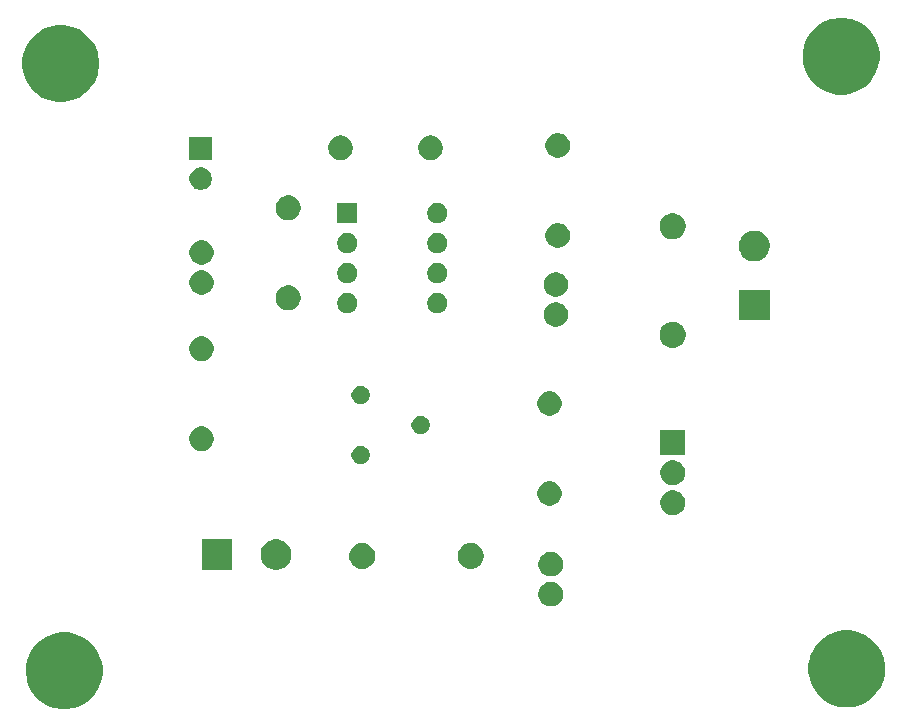
<source format=gbr>
G04 #@! TF.GenerationSoftware,KiCad,Pcbnew,(5.1.2)-2*
G04 #@! TF.CreationDate,2020-03-15T13:57:48-03:00*
G04 #@! TF.ProjectId,InfraRedGelUniversalDispenser,496e6672-6152-4656-9447-656c556e6976,00*
G04 #@! TF.SameCoordinates,Original*
G04 #@! TF.FileFunction,Soldermask,Top*
G04 #@! TF.FilePolarity,Negative*
%FSLAX46Y46*%
G04 Gerber Fmt 4.6, Leading zero omitted, Abs format (unit mm)*
G04 Created by KiCad (PCBNEW (5.1.2)-2) date 2020-03-15 13:57:48*
%MOMM*%
%LPD*%
G04 APERTURE LIST*
%ADD10C,0.100000*%
G04 APERTURE END LIST*
D10*
G36*
X107644439Y-115175467D02*
G01*
X107958482Y-115237934D01*
X108550126Y-115483001D01*
X109082592Y-115838784D01*
X109535416Y-116291608D01*
X109891199Y-116824074D01*
X110073140Y-117263319D01*
X110136266Y-117415719D01*
X110261200Y-118043803D01*
X110261200Y-118684197D01*
X110198733Y-118998239D01*
X110136266Y-119312282D01*
X109891199Y-119903926D01*
X109620986Y-120308327D01*
X109586690Y-120359656D01*
X109535416Y-120436392D01*
X109082592Y-120889216D01*
X108550126Y-121244999D01*
X107958482Y-121490066D01*
X107644439Y-121552533D01*
X107330397Y-121615000D01*
X106690003Y-121615000D01*
X106375961Y-121552533D01*
X106061918Y-121490066D01*
X105470274Y-121244999D01*
X104937808Y-120889216D01*
X104484984Y-120436392D01*
X104433711Y-120359656D01*
X104399414Y-120308327D01*
X104129201Y-119903926D01*
X103884134Y-119312282D01*
X103821667Y-118998239D01*
X103759200Y-118684197D01*
X103759200Y-118043803D01*
X103884134Y-117415719D01*
X103947260Y-117263319D01*
X104129201Y-116824074D01*
X104484984Y-116291608D01*
X104937808Y-115838784D01*
X105470274Y-115483001D01*
X106061918Y-115237934D01*
X106375961Y-115175467D01*
X106690003Y-115113000D01*
X107330397Y-115113000D01*
X107644439Y-115175467D01*
X107644439Y-115175467D01*
G37*
G36*
X173887639Y-115023067D02*
G01*
X174201682Y-115085534D01*
X174793326Y-115330601D01*
X175143124Y-115564329D01*
X175325791Y-115686383D01*
X175778617Y-116139209D01*
X175837309Y-116227048D01*
X176134399Y-116671674D01*
X176319250Y-117117944D01*
X176379466Y-117263319D01*
X176504400Y-117891403D01*
X176504400Y-118531797D01*
X176474086Y-118684196D01*
X176379466Y-119159882D01*
X176134399Y-119751526D01*
X175778616Y-120283992D01*
X175325792Y-120736816D01*
X174793326Y-121092599D01*
X174201682Y-121337666D01*
X173887639Y-121400133D01*
X173573597Y-121462600D01*
X172933203Y-121462600D01*
X172619161Y-121400133D01*
X172305118Y-121337666D01*
X171713474Y-121092599D01*
X171181008Y-120736816D01*
X170728184Y-120283992D01*
X170372401Y-119751526D01*
X170127334Y-119159882D01*
X170032714Y-118684196D01*
X170002400Y-118531797D01*
X170002400Y-117891403D01*
X170127334Y-117263319D01*
X170187550Y-117117944D01*
X170372401Y-116671674D01*
X170669491Y-116227048D01*
X170728183Y-116139209D01*
X171181009Y-115686383D01*
X171363676Y-115564329D01*
X171713474Y-115330601D01*
X172305118Y-115085534D01*
X172619161Y-115023067D01*
X172933203Y-114960600D01*
X173573597Y-114960600D01*
X173887639Y-115023067D01*
X173887639Y-115023067D01*
G37*
G36*
X148512765Y-110885620D02*
G01*
X148702288Y-110964123D01*
X148872854Y-111078092D01*
X149017908Y-111223146D01*
X149131877Y-111393712D01*
X149210380Y-111583235D01*
X149250400Y-111784431D01*
X149250400Y-111989569D01*
X149210380Y-112190765D01*
X149131877Y-112380288D01*
X149017908Y-112550854D01*
X148872854Y-112695908D01*
X148702288Y-112809877D01*
X148702287Y-112809878D01*
X148702286Y-112809878D01*
X148512765Y-112888380D01*
X148311570Y-112928400D01*
X148106430Y-112928400D01*
X147905235Y-112888380D01*
X147715714Y-112809878D01*
X147715713Y-112809878D01*
X147715712Y-112809877D01*
X147545146Y-112695908D01*
X147400092Y-112550854D01*
X147286123Y-112380288D01*
X147207620Y-112190765D01*
X147167600Y-111989569D01*
X147167600Y-111784431D01*
X147207620Y-111583235D01*
X147286123Y-111393712D01*
X147400092Y-111223146D01*
X147545146Y-111078092D01*
X147715712Y-110964123D01*
X147905235Y-110885620D01*
X148106430Y-110845600D01*
X148311570Y-110845600D01*
X148512765Y-110885620D01*
X148512765Y-110885620D01*
G37*
G36*
X148512765Y-108345620D02*
G01*
X148658688Y-108406063D01*
X148702288Y-108424123D01*
X148872854Y-108538092D01*
X149017908Y-108683146D01*
X149017909Y-108683148D01*
X149131878Y-108853714D01*
X149156720Y-108913688D01*
X149210380Y-109043235D01*
X149250400Y-109244431D01*
X149250400Y-109449569D01*
X149210380Y-109650765D01*
X149131877Y-109840288D01*
X149017908Y-110010854D01*
X148872854Y-110155908D01*
X148702288Y-110269877D01*
X148702287Y-110269878D01*
X148702286Y-110269878D01*
X148512765Y-110348380D01*
X148311570Y-110388400D01*
X148106430Y-110388400D01*
X147905235Y-110348380D01*
X147715714Y-110269878D01*
X147715713Y-110269878D01*
X147715712Y-110269877D01*
X147545146Y-110155908D01*
X147400092Y-110010854D01*
X147286123Y-109840288D01*
X147207620Y-109650765D01*
X147167600Y-109449569D01*
X147167600Y-109244431D01*
X147207620Y-109043235D01*
X147261280Y-108913688D01*
X147286122Y-108853714D01*
X147400091Y-108683148D01*
X147400092Y-108683146D01*
X147545146Y-108538092D01*
X147715712Y-108424123D01*
X147759313Y-108406063D01*
X147905235Y-108345620D01*
X148106430Y-108305600D01*
X148311570Y-108305600D01*
X148512765Y-108345620D01*
X148512765Y-108345620D01*
G37*
G36*
X121243600Y-109835200D02*
G01*
X118641600Y-109835200D01*
X118641600Y-107233200D01*
X121243600Y-107233200D01*
X121243600Y-109835200D01*
X121243600Y-109835200D01*
G37*
G36*
X125322087Y-107283196D02*
G01*
X125558853Y-107381268D01*
X125558855Y-107381269D01*
X125771939Y-107523647D01*
X125953153Y-107704861D01*
X126095532Y-107917947D01*
X126193604Y-108154713D01*
X126243600Y-108406061D01*
X126243600Y-108662339D01*
X126193604Y-108913687D01*
X126139943Y-109043235D01*
X126095531Y-109150455D01*
X125953153Y-109363539D01*
X125771939Y-109544753D01*
X125558855Y-109687131D01*
X125558854Y-109687132D01*
X125558853Y-109687132D01*
X125322087Y-109785204D01*
X125070739Y-109835200D01*
X124814461Y-109835200D01*
X124563113Y-109785204D01*
X124326347Y-109687132D01*
X124326346Y-109687132D01*
X124326345Y-109687131D01*
X124113261Y-109544753D01*
X123932047Y-109363539D01*
X123789669Y-109150455D01*
X123745257Y-109043235D01*
X123691596Y-108913687D01*
X123641600Y-108662339D01*
X123641600Y-108406061D01*
X123691596Y-108154713D01*
X123789668Y-107917947D01*
X123932047Y-107704861D01*
X124113261Y-107523647D01*
X124326345Y-107381269D01*
X124326347Y-107381268D01*
X124563113Y-107283196D01*
X124814461Y-107233200D01*
X125070739Y-107233200D01*
X125322087Y-107283196D01*
X125322087Y-107283196D01*
G37*
G36*
X132441995Y-107555956D02*
G01*
X132548350Y-107577111D01*
X132648534Y-107618609D01*
X132748720Y-107660107D01*
X132929044Y-107780595D01*
X133082405Y-107933956D01*
X133202893Y-108114280D01*
X133202893Y-108114281D01*
X133285889Y-108314650D01*
X133328200Y-108527361D01*
X133328200Y-108744239D01*
X133294495Y-108913687D01*
X133285889Y-108956949D01*
X133202893Y-109157320D01*
X133082405Y-109337644D01*
X132929044Y-109491005D01*
X132748720Y-109611493D01*
X132653909Y-109650765D01*
X132548350Y-109694489D01*
X132441994Y-109715645D01*
X132335640Y-109736800D01*
X132118760Y-109736800D01*
X132012406Y-109715645D01*
X131906050Y-109694489D01*
X131800491Y-109650765D01*
X131705680Y-109611493D01*
X131525356Y-109491005D01*
X131371995Y-109337644D01*
X131251507Y-109157320D01*
X131168511Y-108956949D01*
X131159906Y-108913687D01*
X131126200Y-108744239D01*
X131126200Y-108527361D01*
X131168511Y-108314650D01*
X131251507Y-108114281D01*
X131251507Y-108114280D01*
X131371995Y-107933956D01*
X131525356Y-107780595D01*
X131705680Y-107660107D01*
X131805866Y-107618609D01*
X131906050Y-107577111D01*
X132012405Y-107555956D01*
X132118760Y-107534800D01*
X132335640Y-107534800D01*
X132441995Y-107555956D01*
X132441995Y-107555956D01*
G37*
G36*
X141641995Y-107555956D02*
G01*
X141748350Y-107577111D01*
X141848534Y-107618609D01*
X141948720Y-107660107D01*
X142129044Y-107780595D01*
X142282405Y-107933956D01*
X142402893Y-108114280D01*
X142402893Y-108114281D01*
X142485889Y-108314650D01*
X142528200Y-108527361D01*
X142528200Y-108744239D01*
X142494495Y-108913687D01*
X142485889Y-108956949D01*
X142402893Y-109157320D01*
X142282405Y-109337644D01*
X142129044Y-109491005D01*
X141948720Y-109611493D01*
X141853909Y-109650765D01*
X141748350Y-109694489D01*
X141641994Y-109715645D01*
X141535640Y-109736800D01*
X141318760Y-109736800D01*
X141212406Y-109715645D01*
X141106050Y-109694489D01*
X141000491Y-109650765D01*
X140905680Y-109611493D01*
X140725356Y-109491005D01*
X140571995Y-109337644D01*
X140451507Y-109157320D01*
X140368511Y-108956949D01*
X140359906Y-108913687D01*
X140326200Y-108744239D01*
X140326200Y-108527361D01*
X140368511Y-108314650D01*
X140451507Y-108114281D01*
X140451507Y-108114280D01*
X140571995Y-107933956D01*
X140725356Y-107780595D01*
X140905680Y-107660107D01*
X141005866Y-107618609D01*
X141106050Y-107577111D01*
X141212405Y-107555956D01*
X141318760Y-107534800D01*
X141535640Y-107534800D01*
X141641995Y-107555956D01*
X141641995Y-107555956D01*
G37*
G36*
X158827964Y-103129389D02*
G01*
X159019233Y-103208615D01*
X159019235Y-103208616D01*
X159081215Y-103250030D01*
X159191373Y-103323635D01*
X159337765Y-103470027D01*
X159452785Y-103642167D01*
X159532011Y-103833436D01*
X159572400Y-104036484D01*
X159572400Y-104243516D01*
X159532011Y-104446564D01*
X159452785Y-104637833D01*
X159452784Y-104637835D01*
X159337765Y-104809973D01*
X159191373Y-104956365D01*
X159019235Y-105071384D01*
X159019234Y-105071385D01*
X159019233Y-105071385D01*
X158827964Y-105150611D01*
X158624916Y-105191000D01*
X158417884Y-105191000D01*
X158214836Y-105150611D01*
X158023567Y-105071385D01*
X158023566Y-105071385D01*
X158023565Y-105071384D01*
X157851427Y-104956365D01*
X157705035Y-104809973D01*
X157590016Y-104637835D01*
X157590015Y-104637833D01*
X157510789Y-104446564D01*
X157470400Y-104243516D01*
X157470400Y-104036484D01*
X157510789Y-103833436D01*
X157590015Y-103642167D01*
X157705035Y-103470027D01*
X157851427Y-103323635D01*
X157961585Y-103250030D01*
X158023565Y-103208616D01*
X158023567Y-103208615D01*
X158214836Y-103129389D01*
X158417884Y-103089000D01*
X158624916Y-103089000D01*
X158827964Y-103129389D01*
X158827964Y-103129389D01*
G37*
G36*
X148411165Y-102351220D02*
G01*
X148600688Y-102429723D01*
X148771254Y-102543692D01*
X148916308Y-102688746D01*
X149030277Y-102859312D01*
X149108780Y-103048835D01*
X149148800Y-103250031D01*
X149148800Y-103455169D01*
X149108780Y-103656365D01*
X149030277Y-103845888D01*
X148916308Y-104016454D01*
X148771254Y-104161508D01*
X148600688Y-104275477D01*
X148600687Y-104275478D01*
X148600686Y-104275478D01*
X148411165Y-104353980D01*
X148209970Y-104394000D01*
X148004830Y-104394000D01*
X147803635Y-104353980D01*
X147614114Y-104275478D01*
X147614113Y-104275478D01*
X147614112Y-104275477D01*
X147443546Y-104161508D01*
X147298492Y-104016454D01*
X147184523Y-103845888D01*
X147106020Y-103656365D01*
X147066000Y-103455169D01*
X147066000Y-103250031D01*
X147106020Y-103048835D01*
X147184523Y-102859312D01*
X147298492Y-102688746D01*
X147443546Y-102543692D01*
X147614112Y-102429723D01*
X147803635Y-102351220D01*
X148004830Y-102311200D01*
X148209970Y-102311200D01*
X148411165Y-102351220D01*
X148411165Y-102351220D01*
G37*
G36*
X158827964Y-100589389D02*
G01*
X159019233Y-100668615D01*
X159019235Y-100668616D01*
X159066616Y-100700275D01*
X159191373Y-100783635D01*
X159337765Y-100930027D01*
X159452785Y-101102167D01*
X159532011Y-101293436D01*
X159572400Y-101496484D01*
X159572400Y-101703516D01*
X159532011Y-101906564D01*
X159452785Y-102097833D01*
X159452784Y-102097835D01*
X159337765Y-102269973D01*
X159191373Y-102416365D01*
X159019235Y-102531384D01*
X159019234Y-102531385D01*
X159019233Y-102531385D01*
X158827964Y-102610611D01*
X158624916Y-102651000D01*
X158417884Y-102651000D01*
X158214836Y-102610611D01*
X158023567Y-102531385D01*
X158023566Y-102531385D01*
X158023565Y-102531384D01*
X157851427Y-102416365D01*
X157705035Y-102269973D01*
X157590016Y-102097835D01*
X157590015Y-102097833D01*
X157510789Y-101906564D01*
X157470400Y-101703516D01*
X157470400Y-101496484D01*
X157510789Y-101293436D01*
X157590015Y-101102167D01*
X157705035Y-100930027D01*
X157851427Y-100783635D01*
X157976184Y-100700275D01*
X158023565Y-100668616D01*
X158023567Y-100668615D01*
X158214836Y-100589389D01*
X158417884Y-100549000D01*
X158624916Y-100549000D01*
X158827964Y-100589389D01*
X158827964Y-100589389D01*
G37*
G36*
X132230989Y-99340276D02*
G01*
X132330293Y-99360029D01*
X132470606Y-99418148D01*
X132596884Y-99502525D01*
X132704275Y-99609916D01*
X132788652Y-99736194D01*
X132846771Y-99876507D01*
X132876400Y-100025463D01*
X132876400Y-100177337D01*
X132846771Y-100326293D01*
X132788652Y-100466606D01*
X132704275Y-100592884D01*
X132596884Y-100700275D01*
X132470606Y-100784652D01*
X132330293Y-100842771D01*
X132230989Y-100862524D01*
X132181338Y-100872400D01*
X132029462Y-100872400D01*
X131979811Y-100862524D01*
X131880507Y-100842771D01*
X131740194Y-100784652D01*
X131613916Y-100700275D01*
X131506525Y-100592884D01*
X131422148Y-100466606D01*
X131364029Y-100326293D01*
X131334400Y-100177337D01*
X131334400Y-100025463D01*
X131364029Y-99876507D01*
X131422148Y-99736194D01*
X131506525Y-99609916D01*
X131613916Y-99502525D01*
X131740194Y-99418148D01*
X131880507Y-99360029D01*
X131979811Y-99340276D01*
X132029462Y-99330400D01*
X132181338Y-99330400D01*
X132230989Y-99340276D01*
X132230989Y-99340276D01*
G37*
G36*
X159572400Y-100111000D02*
G01*
X157470400Y-100111000D01*
X157470400Y-98009000D01*
X159572400Y-98009000D01*
X159572400Y-100111000D01*
X159572400Y-100111000D01*
G37*
G36*
X118947165Y-97728420D02*
G01*
X119136688Y-97806923D01*
X119307254Y-97920892D01*
X119452308Y-98065946D01*
X119566277Y-98236512D01*
X119644780Y-98426035D01*
X119684800Y-98627231D01*
X119684800Y-98832369D01*
X119644780Y-99033565D01*
X119566277Y-99223088D01*
X119452308Y-99393654D01*
X119307254Y-99538708D01*
X119136688Y-99652677D01*
X119136687Y-99652678D01*
X119136686Y-99652678D01*
X118947165Y-99731180D01*
X118745970Y-99771200D01*
X118540830Y-99771200D01*
X118339635Y-99731180D01*
X118150114Y-99652678D01*
X118150113Y-99652678D01*
X118150112Y-99652677D01*
X117979546Y-99538708D01*
X117834492Y-99393654D01*
X117720523Y-99223088D01*
X117642020Y-99033565D01*
X117602000Y-98832369D01*
X117602000Y-98627231D01*
X117642020Y-98426035D01*
X117720523Y-98236512D01*
X117834492Y-98065946D01*
X117979546Y-97920892D01*
X118150112Y-97806923D01*
X118339635Y-97728420D01*
X118540830Y-97688400D01*
X118745970Y-97688400D01*
X118947165Y-97728420D01*
X118947165Y-97728420D01*
G37*
G36*
X137310989Y-96800276D02*
G01*
X137410293Y-96820029D01*
X137550606Y-96878148D01*
X137676884Y-96962525D01*
X137784275Y-97069916D01*
X137868652Y-97196194D01*
X137926771Y-97336507D01*
X137956400Y-97485463D01*
X137956400Y-97637337D01*
X137926771Y-97786293D01*
X137868652Y-97926606D01*
X137784275Y-98052884D01*
X137676884Y-98160275D01*
X137550606Y-98244652D01*
X137410293Y-98302771D01*
X137310989Y-98322524D01*
X137261338Y-98332400D01*
X137109462Y-98332400D01*
X137059811Y-98322524D01*
X136960507Y-98302771D01*
X136820194Y-98244652D01*
X136693916Y-98160275D01*
X136586525Y-98052884D01*
X136502148Y-97926606D01*
X136444029Y-97786293D01*
X136414400Y-97637337D01*
X136414400Y-97485463D01*
X136444029Y-97336507D01*
X136502148Y-97196194D01*
X136586525Y-97069916D01*
X136693916Y-96962525D01*
X136820194Y-96878148D01*
X136960507Y-96820029D01*
X137059811Y-96800276D01*
X137109462Y-96790400D01*
X137261338Y-96790400D01*
X137310989Y-96800276D01*
X137310989Y-96800276D01*
G37*
G36*
X148411165Y-94731220D02*
G01*
X148600688Y-94809723D01*
X148771254Y-94923692D01*
X148916308Y-95068746D01*
X149030277Y-95239312D01*
X149030278Y-95239314D01*
X149108780Y-95428835D01*
X149146860Y-95620275D01*
X149148800Y-95630031D01*
X149148800Y-95835169D01*
X149108780Y-96036365D01*
X149030277Y-96225888D01*
X148916308Y-96396454D01*
X148771254Y-96541508D01*
X148600688Y-96655477D01*
X148600687Y-96655478D01*
X148600686Y-96655478D01*
X148411165Y-96733980D01*
X148209970Y-96774000D01*
X148004830Y-96774000D01*
X147803635Y-96733980D01*
X147614114Y-96655478D01*
X147614113Y-96655478D01*
X147614112Y-96655477D01*
X147443546Y-96541508D01*
X147298492Y-96396454D01*
X147184523Y-96225888D01*
X147106020Y-96036365D01*
X147066000Y-95835169D01*
X147066000Y-95630031D01*
X147067941Y-95620275D01*
X147106020Y-95428835D01*
X147184522Y-95239314D01*
X147184523Y-95239312D01*
X147298492Y-95068746D01*
X147443546Y-94923692D01*
X147614112Y-94809723D01*
X147803635Y-94731220D01*
X148004830Y-94691200D01*
X148209970Y-94691200D01*
X148411165Y-94731220D01*
X148411165Y-94731220D01*
G37*
G36*
X132230989Y-94260276D02*
G01*
X132330293Y-94280029D01*
X132470606Y-94338148D01*
X132596884Y-94422525D01*
X132704275Y-94529916D01*
X132788652Y-94656194D01*
X132846771Y-94796507D01*
X132876400Y-94945463D01*
X132876400Y-95097337D01*
X132846771Y-95246293D01*
X132788652Y-95386606D01*
X132704275Y-95512884D01*
X132596884Y-95620275D01*
X132470606Y-95704652D01*
X132330293Y-95762771D01*
X132230989Y-95782524D01*
X132181338Y-95792400D01*
X132029462Y-95792400D01*
X131979811Y-95782524D01*
X131880507Y-95762771D01*
X131740194Y-95704652D01*
X131613916Y-95620275D01*
X131506525Y-95512884D01*
X131422148Y-95386606D01*
X131364029Y-95246293D01*
X131334400Y-95097337D01*
X131334400Y-94945463D01*
X131364029Y-94796507D01*
X131422148Y-94656194D01*
X131506525Y-94529916D01*
X131613916Y-94422525D01*
X131740194Y-94338148D01*
X131880507Y-94280029D01*
X131979811Y-94260276D01*
X132029462Y-94250400D01*
X132181338Y-94250400D01*
X132230989Y-94260276D01*
X132230989Y-94260276D01*
G37*
G36*
X118947165Y-90108420D02*
G01*
X119136688Y-90186923D01*
X119307254Y-90300892D01*
X119452308Y-90445946D01*
X119452309Y-90445948D01*
X119566278Y-90616514D01*
X119644780Y-90806035D01*
X119679362Y-90979889D01*
X119684800Y-91007231D01*
X119684800Y-91212369D01*
X119644780Y-91413565D01*
X119566277Y-91603088D01*
X119452308Y-91773654D01*
X119307254Y-91918708D01*
X119136688Y-92032677D01*
X119136687Y-92032678D01*
X119136686Y-92032678D01*
X118947165Y-92111180D01*
X118745970Y-92151200D01*
X118540830Y-92151200D01*
X118339635Y-92111180D01*
X118150114Y-92032678D01*
X118150113Y-92032678D01*
X118150112Y-92032677D01*
X117979546Y-91918708D01*
X117834492Y-91773654D01*
X117720523Y-91603088D01*
X117642020Y-91413565D01*
X117602000Y-91212369D01*
X117602000Y-91007231D01*
X117607439Y-90979889D01*
X117642020Y-90806035D01*
X117720522Y-90616514D01*
X117834491Y-90445948D01*
X117834492Y-90445946D01*
X117979546Y-90300892D01*
X118150112Y-90186923D01*
X118339635Y-90108420D01*
X118540830Y-90068400D01*
X118745970Y-90068400D01*
X118947165Y-90108420D01*
X118947165Y-90108420D01*
G37*
G36*
X158736194Y-88841355D02*
G01*
X158842550Y-88862511D01*
X158942734Y-88904009D01*
X159042920Y-88945507D01*
X159223244Y-89065995D01*
X159376605Y-89219356D01*
X159497093Y-89399680D01*
X159580089Y-89600051D01*
X159622400Y-89812760D01*
X159622400Y-90029640D01*
X159580089Y-90242349D01*
X159497093Y-90442720D01*
X159376605Y-90623044D01*
X159223244Y-90776405D01*
X159042920Y-90896893D01*
X158842550Y-90979889D01*
X158736194Y-91001045D01*
X158629840Y-91022200D01*
X158412960Y-91022200D01*
X158306606Y-91001045D01*
X158200250Y-90979889D01*
X157999880Y-90896893D01*
X157819556Y-90776405D01*
X157666195Y-90623044D01*
X157545707Y-90442720D01*
X157462711Y-90242349D01*
X157420400Y-90029640D01*
X157420400Y-89812760D01*
X157462711Y-89600051D01*
X157545707Y-89399680D01*
X157666195Y-89219356D01*
X157819556Y-89065995D01*
X157999880Y-88945507D01*
X158100066Y-88904009D01*
X158200250Y-88862511D01*
X158306606Y-88841355D01*
X158412960Y-88820200D01*
X158629840Y-88820200D01*
X158736194Y-88841355D01*
X158736194Y-88841355D01*
G37*
G36*
X148944565Y-87212820D02*
G01*
X149119036Y-87285088D01*
X149134088Y-87291323D01*
X149304654Y-87405292D01*
X149449708Y-87550346D01*
X149563677Y-87720912D01*
X149563678Y-87720914D01*
X149642180Y-87910435D01*
X149678654Y-88093801D01*
X149682200Y-88111631D01*
X149682200Y-88316769D01*
X149642180Y-88517965D01*
X149563677Y-88707488D01*
X149449708Y-88878054D01*
X149304654Y-89023108D01*
X149134088Y-89137077D01*
X149134087Y-89137078D01*
X149134086Y-89137078D01*
X148944565Y-89215580D01*
X148743370Y-89255600D01*
X148538230Y-89255600D01*
X148337035Y-89215580D01*
X148147514Y-89137078D01*
X148147513Y-89137078D01*
X148147512Y-89137077D01*
X147976946Y-89023108D01*
X147831892Y-88878054D01*
X147717923Y-88707488D01*
X147639420Y-88517965D01*
X147599400Y-88316769D01*
X147599400Y-88111631D01*
X147602947Y-88093801D01*
X147639420Y-87910435D01*
X147717922Y-87720914D01*
X147717923Y-87720912D01*
X147831892Y-87550346D01*
X147976946Y-87405292D01*
X148147512Y-87291323D01*
X148162565Y-87285088D01*
X148337035Y-87212820D01*
X148538230Y-87172800D01*
X148743370Y-87172800D01*
X148944565Y-87212820D01*
X148944565Y-87212820D01*
G37*
G36*
X166731200Y-88702400D02*
G01*
X164129200Y-88702400D01*
X164129200Y-86100400D01*
X166731200Y-86100400D01*
X166731200Y-88702400D01*
X166731200Y-88702400D01*
G37*
G36*
X131218429Y-86424504D02*
G01*
X131373301Y-86488654D01*
X131512682Y-86581786D01*
X131631216Y-86700320D01*
X131724348Y-86839701D01*
X131788498Y-86994573D01*
X131821201Y-87158985D01*
X131821201Y-87326617D01*
X131788498Y-87491029D01*
X131724348Y-87645901D01*
X131631216Y-87785282D01*
X131512682Y-87903816D01*
X131373301Y-87996948D01*
X131218429Y-88061098D01*
X131054017Y-88093801D01*
X130886385Y-88093801D01*
X130721973Y-88061098D01*
X130567101Y-87996948D01*
X130427720Y-87903816D01*
X130309186Y-87785282D01*
X130216054Y-87645901D01*
X130151904Y-87491029D01*
X130119201Y-87326617D01*
X130119201Y-87158985D01*
X130151904Y-86994573D01*
X130216054Y-86839701D01*
X130309186Y-86700320D01*
X130427720Y-86581786D01*
X130567101Y-86488654D01*
X130721973Y-86424504D01*
X130886385Y-86391801D01*
X131054017Y-86391801D01*
X131218429Y-86424504D01*
X131218429Y-86424504D01*
G37*
G36*
X138838429Y-86424504D02*
G01*
X138993301Y-86488654D01*
X139132682Y-86581786D01*
X139251216Y-86700320D01*
X139344348Y-86839701D01*
X139408498Y-86994573D01*
X139441201Y-87158985D01*
X139441201Y-87326617D01*
X139408498Y-87491029D01*
X139344348Y-87645901D01*
X139251216Y-87785282D01*
X139132682Y-87903816D01*
X138993301Y-87996948D01*
X138838429Y-88061098D01*
X138674017Y-88093801D01*
X138506385Y-88093801D01*
X138341973Y-88061098D01*
X138187101Y-87996948D01*
X138047720Y-87903816D01*
X137929186Y-87785282D01*
X137836054Y-87645901D01*
X137771904Y-87491029D01*
X137739201Y-87326617D01*
X137739201Y-87158985D01*
X137771904Y-86994573D01*
X137836054Y-86839701D01*
X137929186Y-86700320D01*
X138047720Y-86581786D01*
X138187101Y-86488654D01*
X138341973Y-86424504D01*
X138506385Y-86391801D01*
X138674017Y-86391801D01*
X138838429Y-86424504D01*
X138838429Y-86424504D01*
G37*
G36*
X126287765Y-85790420D02*
G01*
X126477288Y-85868923D01*
X126647854Y-85982892D01*
X126792908Y-86127946D01*
X126819328Y-86167486D01*
X126906878Y-86298514D01*
X126923255Y-86338052D01*
X126985380Y-86488035D01*
X127025400Y-86689231D01*
X127025400Y-86894369D01*
X126985380Y-87095565D01*
X126906877Y-87285088D01*
X126792908Y-87455654D01*
X126647854Y-87600708D01*
X126477288Y-87714677D01*
X126477287Y-87714678D01*
X126477286Y-87714678D01*
X126287765Y-87793180D01*
X126086570Y-87833200D01*
X125881430Y-87833200D01*
X125680235Y-87793180D01*
X125490714Y-87714678D01*
X125490713Y-87714678D01*
X125490712Y-87714677D01*
X125320146Y-87600708D01*
X125175092Y-87455654D01*
X125061123Y-87285088D01*
X124982620Y-87095565D01*
X124942600Y-86894369D01*
X124942600Y-86689231D01*
X124982620Y-86488035D01*
X125044745Y-86338052D01*
X125061122Y-86298514D01*
X125148672Y-86167486D01*
X125175092Y-86127946D01*
X125320146Y-85982892D01*
X125490712Y-85868923D01*
X125680235Y-85790420D01*
X125881430Y-85750400D01*
X126086570Y-85750400D01*
X126287765Y-85790420D01*
X126287765Y-85790420D01*
G37*
G36*
X148944565Y-84672820D02*
G01*
X149134088Y-84751323D01*
X149304654Y-84865292D01*
X149449708Y-85010346D01*
X149449709Y-85010348D01*
X149563678Y-85180914D01*
X149642180Y-85370435D01*
X149682200Y-85571630D01*
X149682200Y-85776770D01*
X149642180Y-85977965D01*
X149566674Y-86160254D01*
X149563677Y-86167488D01*
X149449708Y-86338054D01*
X149304654Y-86483108D01*
X149134088Y-86597077D01*
X149134087Y-86597078D01*
X149134086Y-86597078D01*
X148944565Y-86675580D01*
X148743370Y-86715600D01*
X148538230Y-86715600D01*
X148337035Y-86675580D01*
X148147514Y-86597078D01*
X148147513Y-86597078D01*
X148147512Y-86597077D01*
X147976946Y-86483108D01*
X147831892Y-86338054D01*
X147717923Y-86167488D01*
X147714927Y-86160254D01*
X147639420Y-85977965D01*
X147599400Y-85776770D01*
X147599400Y-85571630D01*
X147639420Y-85370435D01*
X147717922Y-85180914D01*
X147831891Y-85010348D01*
X147831892Y-85010346D01*
X147976946Y-84865292D01*
X148147512Y-84751323D01*
X148337035Y-84672820D01*
X148538230Y-84632800D01*
X148743370Y-84632800D01*
X148944565Y-84672820D01*
X148944565Y-84672820D01*
G37*
G36*
X118947165Y-84495020D02*
G01*
X119136688Y-84573523D01*
X119307254Y-84687492D01*
X119452308Y-84832546D01*
X119566277Y-85003112D01*
X119566278Y-85003114D01*
X119644780Y-85192635D01*
X119684800Y-85393830D01*
X119684800Y-85598970D01*
X119644780Y-85800165D01*
X119569093Y-85982891D01*
X119566277Y-85989688D01*
X119452308Y-86160254D01*
X119307254Y-86305308D01*
X119136688Y-86419277D01*
X119136687Y-86419278D01*
X119136686Y-86419278D01*
X118947165Y-86497780D01*
X118745970Y-86537800D01*
X118540830Y-86537800D01*
X118339635Y-86497780D01*
X118150114Y-86419278D01*
X118150113Y-86419278D01*
X118150112Y-86419277D01*
X117979546Y-86305308D01*
X117834492Y-86160254D01*
X117720523Y-85989688D01*
X117717708Y-85982891D01*
X117642020Y-85800165D01*
X117602000Y-85598970D01*
X117602000Y-85393830D01*
X117642020Y-85192635D01*
X117720522Y-85003114D01*
X117720523Y-85003112D01*
X117834492Y-84832546D01*
X117979546Y-84687492D01*
X118150112Y-84573523D01*
X118339635Y-84495020D01*
X118540830Y-84455000D01*
X118745970Y-84455000D01*
X118947165Y-84495020D01*
X118947165Y-84495020D01*
G37*
G36*
X131218429Y-83884504D02*
G01*
X131373301Y-83948654D01*
X131512682Y-84041786D01*
X131631216Y-84160320D01*
X131724348Y-84299701D01*
X131788498Y-84454573D01*
X131821201Y-84618985D01*
X131821201Y-84786617D01*
X131788498Y-84951029D01*
X131724348Y-85105901D01*
X131631216Y-85245282D01*
X131512682Y-85363816D01*
X131373301Y-85456948D01*
X131218429Y-85521098D01*
X131054017Y-85553801D01*
X130886385Y-85553801D01*
X130721973Y-85521098D01*
X130567101Y-85456948D01*
X130427720Y-85363816D01*
X130309186Y-85245282D01*
X130216054Y-85105901D01*
X130151904Y-84951029D01*
X130119201Y-84786617D01*
X130119201Y-84618985D01*
X130151904Y-84454573D01*
X130216054Y-84299701D01*
X130309186Y-84160320D01*
X130427720Y-84041786D01*
X130567101Y-83948654D01*
X130721973Y-83884504D01*
X130886385Y-83851801D01*
X131054017Y-83851801D01*
X131218429Y-83884504D01*
X131218429Y-83884504D01*
G37*
G36*
X138838429Y-83884504D02*
G01*
X138993301Y-83948654D01*
X139132682Y-84041786D01*
X139251216Y-84160320D01*
X139344348Y-84299701D01*
X139408498Y-84454573D01*
X139441201Y-84618985D01*
X139441201Y-84786617D01*
X139408498Y-84951029D01*
X139344348Y-85105901D01*
X139251216Y-85245282D01*
X139132682Y-85363816D01*
X138993301Y-85456948D01*
X138838429Y-85521098D01*
X138674017Y-85553801D01*
X138506385Y-85553801D01*
X138341973Y-85521098D01*
X138187101Y-85456948D01*
X138047720Y-85363816D01*
X137929186Y-85245282D01*
X137836054Y-85105901D01*
X137771904Y-84951029D01*
X137739201Y-84786617D01*
X137739201Y-84618985D01*
X137771904Y-84454573D01*
X137836054Y-84299701D01*
X137929186Y-84160320D01*
X138047720Y-84041786D01*
X138187101Y-83948654D01*
X138341973Y-83884504D01*
X138506385Y-83851801D01*
X138674017Y-83851801D01*
X138838429Y-83884504D01*
X138838429Y-83884504D01*
G37*
G36*
X118947165Y-81955020D02*
G01*
X119060315Y-82001888D01*
X119136688Y-82033523D01*
X119307254Y-82147492D01*
X119452308Y-82292546D01*
X119566277Y-82463112D01*
X119644780Y-82652635D01*
X119684800Y-82853831D01*
X119684800Y-83058969D01*
X119644780Y-83260165D01*
X119566277Y-83449688D01*
X119452308Y-83620254D01*
X119307254Y-83765308D01*
X119136688Y-83879277D01*
X119136687Y-83879278D01*
X119136686Y-83879278D01*
X118947165Y-83957780D01*
X118745970Y-83997800D01*
X118540830Y-83997800D01*
X118339635Y-83957780D01*
X118150114Y-83879278D01*
X118150113Y-83879278D01*
X118150112Y-83879277D01*
X117979546Y-83765308D01*
X117834492Y-83620254D01*
X117720523Y-83449688D01*
X117642020Y-83260165D01*
X117602000Y-83058969D01*
X117602000Y-82853831D01*
X117642020Y-82652635D01*
X117720523Y-82463112D01*
X117834492Y-82292546D01*
X117979546Y-82147492D01*
X118150112Y-82033523D01*
X118226486Y-82001888D01*
X118339635Y-81955020D01*
X118540830Y-81915000D01*
X118745970Y-81915000D01*
X118947165Y-81955020D01*
X118947165Y-81955020D01*
G37*
G36*
X165809687Y-81150396D02*
G01*
X166032576Y-81242720D01*
X166046455Y-81248469D01*
X166141238Y-81311801D01*
X166259539Y-81390847D01*
X166440753Y-81572061D01*
X166583132Y-81785147D01*
X166681204Y-82021913D01*
X166731200Y-82273261D01*
X166731200Y-82529539D01*
X166681204Y-82780887D01*
X166583132Y-83017653D01*
X166583131Y-83017655D01*
X166440753Y-83230739D01*
X166259539Y-83411953D01*
X166046455Y-83554331D01*
X166046454Y-83554332D01*
X166046453Y-83554332D01*
X165809687Y-83652404D01*
X165558339Y-83702400D01*
X165302061Y-83702400D01*
X165050713Y-83652404D01*
X164813947Y-83554332D01*
X164813946Y-83554332D01*
X164813945Y-83554331D01*
X164600861Y-83411953D01*
X164419647Y-83230739D01*
X164277269Y-83017655D01*
X164277268Y-83017653D01*
X164179196Y-82780887D01*
X164129200Y-82529539D01*
X164129200Y-82273261D01*
X164179196Y-82021913D01*
X164277268Y-81785147D01*
X164419647Y-81572061D01*
X164600861Y-81390847D01*
X164719162Y-81311801D01*
X164813945Y-81248469D01*
X164827824Y-81242720D01*
X165050713Y-81150396D01*
X165302061Y-81100400D01*
X165558339Y-81100400D01*
X165809687Y-81150396D01*
X165809687Y-81150396D01*
G37*
G36*
X138838429Y-81344504D02*
G01*
X138993301Y-81408654D01*
X139132682Y-81501786D01*
X139251216Y-81620320D01*
X139344348Y-81759701D01*
X139408498Y-81914573D01*
X139441201Y-82078985D01*
X139441201Y-82246617D01*
X139408498Y-82411029D01*
X139344348Y-82565901D01*
X139251216Y-82705282D01*
X139132682Y-82823816D01*
X138993301Y-82916948D01*
X138838429Y-82981098D01*
X138674017Y-83013801D01*
X138506385Y-83013801D01*
X138341973Y-82981098D01*
X138187101Y-82916948D01*
X138047720Y-82823816D01*
X137929186Y-82705282D01*
X137836054Y-82565901D01*
X137771904Y-82411029D01*
X137739201Y-82246617D01*
X137739201Y-82078985D01*
X137771904Y-81914573D01*
X137836054Y-81759701D01*
X137929186Y-81620320D01*
X138047720Y-81501786D01*
X138187101Y-81408654D01*
X138341973Y-81344504D01*
X138506385Y-81311801D01*
X138674017Y-81311801D01*
X138838429Y-81344504D01*
X138838429Y-81344504D01*
G37*
G36*
X131218429Y-81344504D02*
G01*
X131373301Y-81408654D01*
X131512682Y-81501786D01*
X131631216Y-81620320D01*
X131724348Y-81759701D01*
X131788498Y-81914573D01*
X131821201Y-82078985D01*
X131821201Y-82246617D01*
X131788498Y-82411029D01*
X131724348Y-82565901D01*
X131631216Y-82705282D01*
X131512682Y-82823816D01*
X131373301Y-82916948D01*
X131218429Y-82981098D01*
X131054017Y-83013801D01*
X130886385Y-83013801D01*
X130721973Y-82981098D01*
X130567101Y-82916948D01*
X130427720Y-82823816D01*
X130309186Y-82705282D01*
X130216054Y-82565901D01*
X130151904Y-82411029D01*
X130119201Y-82246617D01*
X130119201Y-82078985D01*
X130151904Y-81914573D01*
X130216054Y-81759701D01*
X130309186Y-81620320D01*
X130427720Y-81501786D01*
X130567101Y-81408654D01*
X130721973Y-81344504D01*
X130886385Y-81311801D01*
X131054017Y-81311801D01*
X131218429Y-81344504D01*
X131218429Y-81344504D01*
G37*
G36*
X149096965Y-80507220D02*
G01*
X149286488Y-80585723D01*
X149457054Y-80699692D01*
X149602108Y-80844746D01*
X149602109Y-80844748D01*
X149716078Y-81015314D01*
X149794580Y-81204835D01*
X149834600Y-81406030D01*
X149834600Y-81611170D01*
X149794580Y-81812365D01*
X149752245Y-81914572D01*
X149716077Y-82001888D01*
X149602108Y-82172454D01*
X149457054Y-82317508D01*
X149286488Y-82431477D01*
X149286487Y-82431478D01*
X149286486Y-82431478D01*
X149096965Y-82509980D01*
X148895770Y-82550000D01*
X148690630Y-82550000D01*
X148489435Y-82509980D01*
X148299914Y-82431478D01*
X148299913Y-82431478D01*
X148299912Y-82431477D01*
X148129346Y-82317508D01*
X147984292Y-82172454D01*
X147870323Y-82001888D01*
X147834156Y-81914572D01*
X147791820Y-81812365D01*
X147751800Y-81611170D01*
X147751800Y-81406030D01*
X147791820Y-81204835D01*
X147870322Y-81015314D01*
X147984291Y-80844748D01*
X147984292Y-80844746D01*
X148129346Y-80699692D01*
X148299912Y-80585723D01*
X148489435Y-80507220D01*
X148690630Y-80467200D01*
X148895770Y-80467200D01*
X149096965Y-80507220D01*
X149096965Y-80507220D01*
G37*
G36*
X158736195Y-79641356D02*
G01*
X158842550Y-79662511D01*
X159042920Y-79745507D01*
X159223244Y-79865995D01*
X159376605Y-80019356D01*
X159497093Y-80199680D01*
X159497093Y-80199681D01*
X159580089Y-80400050D01*
X159588254Y-80441098D01*
X159622400Y-80612760D01*
X159622400Y-80829640D01*
X159580089Y-81042349D01*
X159497093Y-81242720D01*
X159376605Y-81423044D01*
X159223244Y-81576405D01*
X159042920Y-81696893D01*
X158942734Y-81738391D01*
X158842550Y-81779889D01*
X158816126Y-81785145D01*
X158629840Y-81822200D01*
X158412960Y-81822200D01*
X158226674Y-81785145D01*
X158200250Y-81779889D01*
X157999880Y-81696893D01*
X157819556Y-81576405D01*
X157666195Y-81423044D01*
X157545707Y-81242720D01*
X157462711Y-81042349D01*
X157420400Y-80829640D01*
X157420400Y-80612760D01*
X157454546Y-80441098D01*
X157462711Y-80400050D01*
X157545707Y-80199681D01*
X157545707Y-80199680D01*
X157666195Y-80019356D01*
X157819556Y-79865995D01*
X157999880Y-79745507D01*
X158200250Y-79662511D01*
X158306606Y-79641355D01*
X158412960Y-79620200D01*
X158629840Y-79620200D01*
X158736195Y-79641356D01*
X158736195Y-79641356D01*
G37*
G36*
X138838429Y-78804504D02*
G01*
X138993301Y-78868654D01*
X139132682Y-78961786D01*
X139251216Y-79080320D01*
X139344348Y-79219701D01*
X139408498Y-79374573D01*
X139441201Y-79538985D01*
X139441201Y-79706617D01*
X139408498Y-79871029D01*
X139344348Y-80025901D01*
X139251216Y-80165282D01*
X139132682Y-80283816D01*
X138993301Y-80376948D01*
X138838429Y-80441098D01*
X138674017Y-80473801D01*
X138506385Y-80473801D01*
X138341973Y-80441098D01*
X138187101Y-80376948D01*
X138047720Y-80283816D01*
X137929186Y-80165282D01*
X137836054Y-80025901D01*
X137771904Y-79871029D01*
X137739201Y-79706617D01*
X137739201Y-79538985D01*
X137771904Y-79374573D01*
X137836054Y-79219701D01*
X137929186Y-79080320D01*
X138047720Y-78961786D01*
X138187101Y-78868654D01*
X138341973Y-78804504D01*
X138506385Y-78771801D01*
X138674017Y-78771801D01*
X138838429Y-78804504D01*
X138838429Y-78804504D01*
G37*
G36*
X131821201Y-80473801D02*
G01*
X130119201Y-80473801D01*
X130119201Y-78771801D01*
X131821201Y-78771801D01*
X131821201Y-80473801D01*
X131821201Y-80473801D01*
G37*
G36*
X126287765Y-78170420D02*
G01*
X126477288Y-78248923D01*
X126647854Y-78362892D01*
X126792908Y-78507946D01*
X126792909Y-78507948D01*
X126906878Y-78678514D01*
X126985380Y-78868035D01*
X127025400Y-79069230D01*
X127025400Y-79274370D01*
X126985380Y-79475565D01*
X126907945Y-79662511D01*
X126906877Y-79665088D01*
X126792908Y-79835654D01*
X126647854Y-79980708D01*
X126477288Y-80094677D01*
X126477287Y-80094678D01*
X126477286Y-80094678D01*
X126287765Y-80173180D01*
X126086570Y-80213200D01*
X125881430Y-80213200D01*
X125680235Y-80173180D01*
X125490714Y-80094678D01*
X125490713Y-80094678D01*
X125490712Y-80094677D01*
X125320146Y-79980708D01*
X125175092Y-79835654D01*
X125061123Y-79665088D01*
X125060056Y-79662511D01*
X124982620Y-79475565D01*
X124942600Y-79274370D01*
X124942600Y-79069230D01*
X124982620Y-78868035D01*
X125061122Y-78678514D01*
X125175091Y-78507948D01*
X125175092Y-78507946D01*
X125320146Y-78362892D01*
X125490712Y-78248923D01*
X125680235Y-78170420D01*
X125881430Y-78130400D01*
X126086570Y-78130400D01*
X126287765Y-78170420D01*
X126287765Y-78170420D01*
G37*
G36*
X118844595Y-75793546D02*
G01*
X119017666Y-75865234D01*
X119017667Y-75865235D01*
X119173427Y-75969310D01*
X119305890Y-76101773D01*
X119305891Y-76101775D01*
X119409966Y-76257534D01*
X119481654Y-76430605D01*
X119518200Y-76614333D01*
X119518200Y-76801667D01*
X119481654Y-76985395D01*
X119409966Y-77158466D01*
X119409965Y-77158467D01*
X119305890Y-77314227D01*
X119173427Y-77446690D01*
X119095018Y-77499081D01*
X119017666Y-77550766D01*
X118844595Y-77622454D01*
X118660867Y-77659000D01*
X118473533Y-77659000D01*
X118289805Y-77622454D01*
X118116734Y-77550766D01*
X118039382Y-77499081D01*
X117960973Y-77446690D01*
X117828510Y-77314227D01*
X117724435Y-77158467D01*
X117724434Y-77158466D01*
X117652746Y-76985395D01*
X117616200Y-76801667D01*
X117616200Y-76614333D01*
X117652746Y-76430605D01*
X117724434Y-76257534D01*
X117828509Y-76101775D01*
X117828510Y-76101773D01*
X117960973Y-75969310D01*
X118116733Y-75865235D01*
X118116734Y-75865234D01*
X118289805Y-75793546D01*
X118473533Y-75757000D01*
X118660867Y-75757000D01*
X118844595Y-75793546D01*
X118844595Y-75793546D01*
G37*
G36*
X138273426Y-73079691D02*
G01*
X138327365Y-73090420D01*
X138516888Y-73168923D01*
X138687454Y-73282892D01*
X138832508Y-73427946D01*
X138832509Y-73427948D01*
X138946478Y-73598514D01*
X139024980Y-73788035D01*
X139065000Y-73989230D01*
X139065000Y-74194370D01*
X139024980Y-74395565D01*
X138959995Y-74552454D01*
X138946477Y-74585088D01*
X138832508Y-74755654D01*
X138687454Y-74900708D01*
X138516888Y-75014677D01*
X138516887Y-75014678D01*
X138516886Y-75014678D01*
X138327365Y-75093180D01*
X138126170Y-75133200D01*
X137921030Y-75133200D01*
X137719835Y-75093180D01*
X137530314Y-75014678D01*
X137530313Y-75014678D01*
X137530312Y-75014677D01*
X137359746Y-74900708D01*
X137214692Y-74755654D01*
X137100723Y-74585088D01*
X137087206Y-74552454D01*
X137022220Y-74395565D01*
X136982200Y-74194370D01*
X136982200Y-73989230D01*
X137022220Y-73788035D01*
X137100722Y-73598514D01*
X137214691Y-73427948D01*
X137214692Y-73427946D01*
X137359746Y-73282892D01*
X137530312Y-73168923D01*
X137719835Y-73090420D01*
X137773774Y-73079691D01*
X137921030Y-73050400D01*
X138126170Y-73050400D01*
X138273426Y-73079691D01*
X138273426Y-73079691D01*
G37*
G36*
X130653426Y-73079691D02*
G01*
X130707365Y-73090420D01*
X130896888Y-73168923D01*
X131067454Y-73282892D01*
X131212508Y-73427946D01*
X131212509Y-73427948D01*
X131326478Y-73598514D01*
X131404980Y-73788035D01*
X131445000Y-73989230D01*
X131445000Y-74194370D01*
X131404980Y-74395565D01*
X131339995Y-74552454D01*
X131326477Y-74585088D01*
X131212508Y-74755654D01*
X131067454Y-74900708D01*
X130896888Y-75014677D01*
X130896887Y-75014678D01*
X130896886Y-75014678D01*
X130707365Y-75093180D01*
X130506170Y-75133200D01*
X130301030Y-75133200D01*
X130099835Y-75093180D01*
X129910314Y-75014678D01*
X129910313Y-75014678D01*
X129910312Y-75014677D01*
X129739746Y-74900708D01*
X129594692Y-74755654D01*
X129480723Y-74585088D01*
X129467206Y-74552454D01*
X129402220Y-74395565D01*
X129362200Y-74194370D01*
X129362200Y-73989230D01*
X129402220Y-73788035D01*
X129480722Y-73598514D01*
X129594691Y-73427948D01*
X129594692Y-73427946D01*
X129739746Y-73282892D01*
X129910312Y-73168923D01*
X130099835Y-73090420D01*
X130153774Y-73079691D01*
X130301030Y-73050400D01*
X130506170Y-73050400D01*
X130653426Y-73079691D01*
X130653426Y-73079691D01*
G37*
G36*
X119518200Y-75119000D02*
G01*
X117616200Y-75119000D01*
X117616200Y-73217000D01*
X119518200Y-73217000D01*
X119518200Y-75119000D01*
X119518200Y-75119000D01*
G37*
G36*
X149096965Y-72887220D02*
G01*
X149286488Y-72965723D01*
X149457054Y-73079692D01*
X149602108Y-73224746D01*
X149602109Y-73224748D01*
X149716078Y-73395314D01*
X149794580Y-73584835D01*
X149797301Y-73598512D01*
X149834600Y-73786031D01*
X149834600Y-73991169D01*
X149794580Y-74192365D01*
X149716077Y-74381888D01*
X149602108Y-74552454D01*
X149457054Y-74697508D01*
X149286488Y-74811477D01*
X149286487Y-74811478D01*
X149286486Y-74811478D01*
X149096965Y-74889980D01*
X148895770Y-74930000D01*
X148690630Y-74930000D01*
X148489435Y-74889980D01*
X148299914Y-74811478D01*
X148299913Y-74811478D01*
X148299912Y-74811477D01*
X148129346Y-74697508D01*
X147984292Y-74552454D01*
X147870323Y-74381888D01*
X147791820Y-74192365D01*
X147751800Y-73991169D01*
X147751800Y-73786031D01*
X147789100Y-73598512D01*
X147791820Y-73584835D01*
X147870322Y-73395314D01*
X147984291Y-73224748D01*
X147984292Y-73224746D01*
X148129346Y-73079692D01*
X148299912Y-72965723D01*
X148489435Y-72887220D01*
X148690630Y-72847200D01*
X148895770Y-72847200D01*
X149096965Y-72887220D01*
X149096965Y-72887220D01*
G37*
G36*
X107339639Y-63765867D02*
G01*
X107653682Y-63828334D01*
X108245326Y-64073401D01*
X108645473Y-64340771D01*
X108727830Y-64395800D01*
X108777792Y-64429184D01*
X109230616Y-64882008D01*
X109586399Y-65414474D01*
X109831466Y-66006118D01*
X109872667Y-66213248D01*
X109956400Y-66634203D01*
X109956400Y-67274597D01*
X109893933Y-67588639D01*
X109831466Y-67902682D01*
X109586399Y-68494326D01*
X109230616Y-69026792D01*
X108777792Y-69479616D01*
X108245326Y-69835399D01*
X107653682Y-70080466D01*
X107339639Y-70142933D01*
X107025597Y-70205400D01*
X106385203Y-70205400D01*
X106071161Y-70142933D01*
X105757118Y-70080466D01*
X105165474Y-69835399D01*
X104633008Y-69479616D01*
X104180184Y-69026792D01*
X103824401Y-68494326D01*
X103579334Y-67902682D01*
X103516867Y-67588639D01*
X103454400Y-67274597D01*
X103454400Y-66634203D01*
X103538133Y-66213248D01*
X103579334Y-66006118D01*
X103824401Y-65414474D01*
X104180184Y-64882008D01*
X104633008Y-64429184D01*
X104682971Y-64395800D01*
X104765327Y-64340771D01*
X105165474Y-64073401D01*
X105757118Y-63828334D01*
X106071161Y-63765867D01*
X106385203Y-63703400D01*
X107025597Y-63703400D01*
X107339639Y-63765867D01*
X107339639Y-63765867D01*
G37*
G36*
X173430439Y-63156267D02*
G01*
X173744482Y-63218734D01*
X174336126Y-63463801D01*
X174868592Y-63819584D01*
X175321416Y-64272408D01*
X175677199Y-64804874D01*
X175922266Y-65396518D01*
X175925838Y-65414476D01*
X176047200Y-66024603D01*
X176047200Y-66664997D01*
X176015801Y-66822848D01*
X175922266Y-67293082D01*
X175677199Y-67884726D01*
X175429465Y-68255485D01*
X175321417Y-68417191D01*
X174868591Y-68870017D01*
X174792690Y-68920732D01*
X174336126Y-69225799D01*
X173744482Y-69470866D01*
X173430439Y-69533333D01*
X173116397Y-69595800D01*
X172476003Y-69595800D01*
X172161961Y-69533333D01*
X171847918Y-69470866D01*
X171256274Y-69225799D01*
X170799710Y-68920732D01*
X170723809Y-68870017D01*
X170270983Y-68417191D01*
X170162935Y-68255485D01*
X169915201Y-67884726D01*
X169670134Y-67293082D01*
X169576599Y-66822848D01*
X169545200Y-66664997D01*
X169545200Y-66024603D01*
X169666562Y-65414476D01*
X169670134Y-65396518D01*
X169915201Y-64804874D01*
X170270984Y-64272408D01*
X170723808Y-63819584D01*
X171256274Y-63463801D01*
X171847918Y-63218734D01*
X172161961Y-63156267D01*
X172476003Y-63093800D01*
X173116397Y-63093800D01*
X173430439Y-63156267D01*
X173430439Y-63156267D01*
G37*
M02*

</source>
